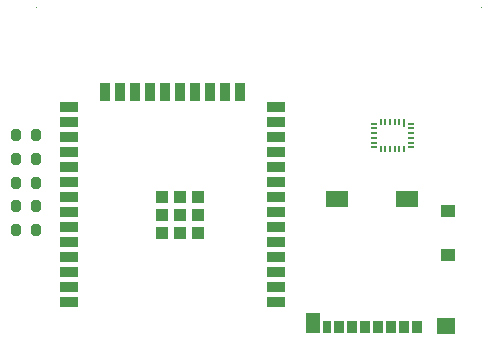
<source format=gbr>
%TF.GenerationSoftware,KiCad,Pcbnew,7.0.5*%
%TF.CreationDate,2023-07-07T14:49:14-05:00*%
%TF.ProjectId,leapsd,6c656170-7364-42e6-9b69-6361645f7063,rev?*%
%TF.SameCoordinates,Original*%
%TF.FileFunction,Paste,Top*%
%TF.FilePolarity,Positive*%
%FSLAX46Y46*%
G04 Gerber Fmt 4.6, Leading zero omitted, Abs format (unit mm)*
G04 Created by KiCad (PCBNEW 7.0.5) date 2023-07-07 14:49:14*
%MOMM*%
%LPD*%
G01*
G04 APERTURE LIST*
G04 Aperture macros list*
%AMRoundRect*
0 Rectangle with rounded corners*
0 $1 Rounding radius*
0 $2 $3 $4 $5 $6 $7 $8 $9 X,Y pos of 4 corners*
0 Add a 4 corners polygon primitive as box body*
4,1,4,$2,$3,$4,$5,$6,$7,$8,$9,$2,$3,0*
0 Add four circle primitives for the rounded corners*
1,1,$1+$1,$2,$3*
1,1,$1+$1,$4,$5*
1,1,$1+$1,$6,$7*
1,1,$1+$1,$8,$9*
0 Add four rect primitives between the rounded corners*
20,1,$1+$1,$2,$3,$4,$5,0*
20,1,$1+$1,$4,$5,$6,$7,0*
20,1,$1+$1,$6,$7,$8,$9,0*
20,1,$1+$1,$8,$9,$2,$3,0*%
G04 Aperture macros list end*
%ADD10RoundRect,0.200000X-0.200000X-0.275000X0.200000X-0.275000X0.200000X0.275000X-0.200000X0.275000X0*%
%ADD11R,1.500000X0.900000*%
%ADD12R,0.900000X1.500000*%
%ADD13R,1.050000X1.050000*%
%ADD14R,0.850000X1.100000*%
%ADD15R,0.750000X1.100000*%
%ADD16R,1.200000X1.000000*%
%ADD17R,1.550000X1.350000*%
%ADD18R,1.900000X1.350000*%
%ADD19R,1.170000X1.800000*%
%ADD20R,0.001000X0.001000*%
%ADD21R,0.225000X0.663000*%
%ADD22R,0.225000X0.563000*%
%ADD23R,0.563000X0.225000*%
G04 APERTURE END LIST*
D10*
%TO.C,REF\u002A\u002A*%
X158175000Y-58000000D03*
X159825000Y-58000000D03*
%TD*%
%TO.C,REF\u002A\u002A*%
X158175000Y-56000000D03*
X159825000Y-56000000D03*
%TD*%
%TO.C,REF\u002A\u002A*%
X158175000Y-54000000D03*
X159825000Y-54000000D03*
%TD*%
%TO.C,REF\u002A\u002A*%
X158175000Y-52000000D03*
X159825000Y-52000000D03*
%TD*%
%TO.C,REF\u002A\u002A*%
X158175000Y-50000000D03*
X159825000Y-50000000D03*
%TD*%
D11*
%TO.C,REF\u002A\u002A*%
X180125632Y-64075971D03*
X180125632Y-62805971D03*
X180125632Y-61535971D03*
X180125632Y-60265971D03*
X180125632Y-58995971D03*
X180125632Y-57725971D03*
X180125632Y-56455971D03*
X180125632Y-55185971D03*
X180125632Y-53915971D03*
X180125632Y-52645971D03*
X180125632Y-51375971D03*
X180125632Y-50105971D03*
X180125632Y-48835971D03*
X180125632Y-47565971D03*
D12*
X177085632Y-46315971D03*
X175815632Y-46315971D03*
X174545632Y-46315971D03*
X173275632Y-46315971D03*
X172005632Y-46315971D03*
X170735632Y-46315971D03*
X169465632Y-46315971D03*
X168195632Y-46315971D03*
X166925632Y-46315971D03*
X165655632Y-46315971D03*
D11*
X162625632Y-47565971D03*
X162625632Y-48835971D03*
X162625632Y-50105971D03*
X162625632Y-51375971D03*
X162625632Y-52645971D03*
X162625632Y-53915971D03*
X162625632Y-55185971D03*
X162625632Y-56455971D03*
X162625632Y-57725971D03*
X162625632Y-58995971D03*
X162625632Y-60265971D03*
X162625632Y-61535971D03*
X162625632Y-62805971D03*
X162625632Y-64075971D03*
D13*
X173580632Y-58260971D03*
X170530632Y-55210971D03*
X172055632Y-55210971D03*
X170530632Y-56735971D03*
X173580632Y-56735971D03*
X173580632Y-55210971D03*
X170530632Y-58260971D03*
X172055632Y-58260971D03*
X172055632Y-56735971D03*
%TD*%
D14*
%TO.C,Micro SD*%
X192105000Y-66250000D03*
X191005000Y-66250000D03*
X189905000Y-66250000D03*
X188805000Y-66250000D03*
X187705000Y-66250000D03*
X186605000Y-66250000D03*
X185505000Y-66250000D03*
D15*
X184455000Y-66250000D03*
D16*
X194740000Y-60100000D03*
X194740000Y-56400000D03*
D17*
X194565000Y-66125000D03*
D18*
X191240000Y-55425000D03*
X185270000Y-55425000D03*
D19*
X183245000Y-65900000D03*
%TD*%
D20*
%TO.C,1*%
X159900000Y-39200000D03*
X197600000Y-39200000D03*
%TD*%
D21*
%TO.C,REF\u002A\u002A*%
X191000000Y-48931500D03*
D22*
X190600000Y-48881500D03*
X190200000Y-48881500D03*
X189800000Y-48881500D03*
X189400000Y-48881500D03*
X189000000Y-48881500D03*
D23*
X188431500Y-49000000D03*
X188431500Y-49400000D03*
X188431500Y-49800000D03*
X188431500Y-50200000D03*
X188431500Y-50600000D03*
X188431500Y-51000000D03*
D22*
X189000000Y-51118500D03*
X189400000Y-51118500D03*
X189800000Y-51118500D03*
X190200000Y-51118500D03*
X190600000Y-51118500D03*
X191000000Y-51118500D03*
D23*
X191568500Y-51000000D03*
X191568500Y-50600000D03*
X191568500Y-50200000D03*
X191568500Y-49800000D03*
X191568500Y-49400000D03*
X191568500Y-49000000D03*
%TD*%
M02*

</source>
